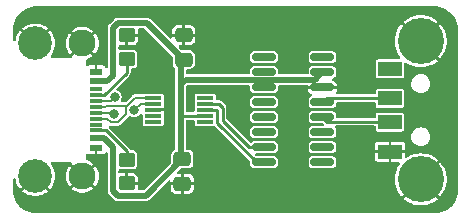
<source format=gbr>
%TF.GenerationSoftware,KiCad,Pcbnew,7.0.2*%
%TF.CreationDate,2024-06-22T12:15:53+01:00*%
%TF.ProjectId,USB HID,55534220-4849-4442-9e6b-696361645f70,rev?*%
%TF.SameCoordinates,Original*%
%TF.FileFunction,Copper,L1,Top*%
%TF.FilePolarity,Positive*%
%FSLAX46Y46*%
G04 Gerber Fmt 4.6, Leading zero omitted, Abs format (unit mm)*
G04 Created by KiCad (PCBNEW 7.0.2) date 2024-06-22 12:15:53*
%MOMM*%
%LPD*%
G01*
G04 APERTURE LIST*
G04 Aperture macros list*
%AMRoundRect*
0 Rectangle with rounded corners*
0 $1 Rounding radius*
0 $2 $3 $4 $5 $6 $7 $8 $9 X,Y pos of 4 corners*
0 Add a 4 corners polygon primitive as box body*
4,1,4,$2,$3,$4,$5,$6,$7,$8,$9,$2,$3,0*
0 Add four circle primitives for the rounded corners*
1,1,$1+$1,$2,$3*
1,1,$1+$1,$4,$5*
1,1,$1+$1,$6,$7*
1,1,$1+$1,$8,$9*
0 Add four rect primitives between the rounded corners*
20,1,$1+$1,$2,$3,$4,$5,0*
20,1,$1+$1,$4,$5,$6,$7,0*
20,1,$1+$1,$6,$7,$8,$9,0*
20,1,$1+$1,$8,$9,$2,$3,0*%
G04 Aperture macros list end*
%TA.AperFunction,SMDPad,CuDef*%
%ADD10RoundRect,0.250000X0.450000X-0.350000X0.450000X0.350000X-0.450000X0.350000X-0.450000X-0.350000X0*%
%TD*%
%TA.AperFunction,SMDPad,CuDef*%
%ADD11RoundRect,0.250000X-0.450000X0.350000X-0.450000X-0.350000X0.450000X-0.350000X0.450000X0.350000X0*%
%TD*%
%TA.AperFunction,SMDPad,CuDef*%
%ADD12RoundRect,0.250000X0.475000X-0.337500X0.475000X0.337500X-0.475000X0.337500X-0.475000X-0.337500X0*%
%TD*%
%TA.AperFunction,SMDPad,CuDef*%
%ADD13R,2.000000X1.200000*%
%TD*%
%TA.AperFunction,ComponentPad*%
%ADD14C,3.900000*%
%TD*%
%TA.AperFunction,SMDPad,CuDef*%
%ADD15RoundRect,0.250000X-0.475000X0.337500X-0.475000X-0.337500X0.475000X-0.337500X0.475000X0.337500X0*%
%TD*%
%TA.AperFunction,SMDPad,CuDef*%
%ADD16RoundRect,0.150000X-0.825000X-0.150000X0.825000X-0.150000X0.825000X0.150000X-0.825000X0.150000X0*%
%TD*%
%TA.AperFunction,SMDPad,CuDef*%
%ADD17R,1.100000X0.600000*%
%TD*%
%TA.AperFunction,SMDPad,CuDef*%
%ADD18R,1.100000X0.300000*%
%TD*%
%TA.AperFunction,ComponentPad*%
%ADD19C,2.280000*%
%TD*%
%TA.AperFunction,ComponentPad*%
%ADD20C,2.850000*%
%TD*%
%TA.AperFunction,SMDPad,CuDef*%
%ADD21R,1.400000X0.300000*%
%TD*%
%TA.AperFunction,ViaPad*%
%ADD22C,0.800000*%
%TD*%
%TA.AperFunction,Conductor*%
%ADD23C,0.500000*%
%TD*%
%TA.AperFunction,Conductor*%
%ADD24C,0.250000*%
%TD*%
%TA.AperFunction,Conductor*%
%ADD25C,0.200000*%
%TD*%
G04 APERTURE END LIST*
D10*
%TO.P,R1,1*%
%TO.N,CC1*%
X119634000Y-70469000D03*
%TO.P,R1,2*%
%TO.N,GND*%
X119634000Y-68469000D03*
%TD*%
D11*
%TO.P,R2,2*%
%TO.N,GND*%
X119634000Y-80994000D03*
%TO.P,R2,1*%
%TO.N,CC2*%
X119634000Y-78994000D03*
%TD*%
D12*
%TO.P,C1,1*%
%TO.N,USB_VIN*%
X124460000Y-70528000D03*
%TO.P,C1,2*%
%TO.N,GND*%
X124460000Y-68453000D03*
%TD*%
D13*
%TO.P,J3,1,1*%
%TO.N,unconnected-(J3-Pad1)*%
X141926000Y-71311000D03*
%TO.P,J3,2,2*%
%TO.N,Net-(U2-UD-)*%
X141926000Y-73811000D03*
%TO.P,J3,3,3*%
%TO.N,Net-(U2-UD+)*%
X141926000Y-75811000D03*
%TO.P,J3,4,4*%
%TO.N,GND*%
X141926000Y-78311000D03*
D14*
%TO.P,J3,MH1,MH1*%
X144526000Y-68961000D03*
%TO.P,J3,MH2,MH2*%
X144526000Y-80661000D03*
%TD*%
D15*
%TO.P,C2,2*%
%TO.N,GND*%
X124333000Y-81026000D03*
%TO.P,C2,1*%
%TO.N,USB_VIN*%
X124333000Y-78951000D03*
%TD*%
D16*
%TO.P,U2,1,ACT#*%
%TO.N,unconnected-(U2-ACT#-Pad1)*%
X131256000Y-70322000D03*
%TO.P,U2,2,MODE0*%
%TO.N,unconnected-(U2-MODE0-Pad2)*%
X131256000Y-71592000D03*
%TO.P,U2,3,MODE1*%
%TO.N,unconnected-(U2-MODE1-Pad3)*%
X131256000Y-72862000D03*
%TO.P,U2,4,CFG0*%
%TO.N,unconnected-(U2-CFG0-Pad4)*%
X131256000Y-74132000D03*
%TO.P,U2,5,CFG1*%
%TO.N,unconnected-(U2-CFG1-Pad5)*%
X131256000Y-75402000D03*
%TO.P,U2,6,RST*%
%TO.N,unconnected-(U2-RST-Pad6)*%
X131256000Y-76672000D03*
%TO.P,U2,7,TXD*%
%TO.N,CH340E_RX*%
X131256000Y-77942000D03*
%TO.P,U2,8,RXD*%
%TO.N,CH340E_TX*%
X131256000Y-79212000D03*
%TO.P,U2,9,UP*%
%TO.N,unconnected-(U2-UP-Pad9)*%
X136206000Y-79212000D03*
%TO.P,U2,10,DEF*%
%TO.N,unconnected-(U2-DEF-Pad10)*%
X136206000Y-77942000D03*
%TO.P,U2,11,SET*%
%TO.N,unconnected-(U2-SET-Pad11)*%
X136206000Y-76672000D03*
%TO.P,U2,12,UD+*%
%TO.N,Net-(U2-UD+)*%
X136206000Y-75402000D03*
%TO.P,U2,13,UD-*%
%TO.N,Net-(U2-UD-)*%
X136206000Y-74132000D03*
%TO.P,U2,14,GND*%
%TO.N,GND*%
X136206000Y-72862000D03*
%TO.P,U2,15,VCC*%
%TO.N,USB_VIN*%
X136206000Y-71592000D03*
%TO.P,U2,16,V33*%
%TO.N,unconnected-(U2-V33-Pad16)*%
X136206000Y-70322000D03*
%TD*%
D17*
%TO.P,J2,A1,GND_1*%
%TO.N,GND*%
X117037000Y-71567000D03*
%TO.P,J2,A4,VBUS_1*%
%TO.N,USB_VIN*%
X117037000Y-72367000D03*
D18*
%TO.P,J2,A5,CC1*%
%TO.N,CC1*%
X117037000Y-73517000D03*
%TO.P,J2,A6,DP1*%
%TO.N,DI+*%
X117037000Y-74517000D03*
%TO.P,J2,A7,DN1*%
%TO.N,DI-*%
X117037000Y-75017000D03*
%TO.P,J2,A8,SBU1*%
%TO.N,unconnected-(J2-SBU1-PadA8)*%
X117037000Y-76017000D03*
D17*
%TO.P,J2,A9,VBUS_2*%
%TO.N,USB_VIN*%
X117037000Y-77167000D03*
%TO.P,J2,A12,GND_2*%
%TO.N,GND*%
X117037000Y-77967000D03*
D18*
%TO.P,J2,B5,CC2*%
%TO.N,CC2*%
X117037000Y-76517000D03*
%TO.P,J2,B6,DP2*%
%TO.N,DI+*%
X117037000Y-75517000D03*
%TO.P,J2,B7,DN2*%
%TO.N,DI-*%
X117037000Y-74017000D03*
%TO.P,J2,B8,SBU2*%
%TO.N,unconnected-(J2-SBU2-PadB8)*%
X117037000Y-73017000D03*
D19*
%TO.P,J2,MH1,MH1*%
%TO.N,GND*%
X115887000Y-69147000D03*
%TO.P,J2,MH2,MH2*%
X115887000Y-80387000D03*
D20*
%TO.P,J2,MH3,MH3*%
X111887000Y-69147000D03*
%TO.P,J2,MH4,MH4*%
X111887000Y-80387000D03*
%TD*%
D21*
%TO.P,U1,1,UD+*%
%TO.N,DI+*%
X121879000Y-73767000D03*
%TO.P,U1,2,UD-*%
%TO.N,DI-*%
X121879000Y-74267000D03*
%TO.P,U1,3,GND*%
%TO.N,GND*%
X121879000Y-74767000D03*
%TO.P,U1,4,~{RTS}*%
%TO.N,unconnected-(U1-~{RTS}-Pad4)*%
X121879000Y-75267000D03*
%TO.P,U1,5,~{CTS}*%
%TO.N,unconnected-(U1-~{CTS}-Pad5)*%
X121879000Y-75767000D03*
%TO.P,U1,6,TNOW*%
%TO.N,unconnected-(U1-TNOW-Pad6)*%
X126279000Y-75767000D03*
%TO.P,U1,7,VCC*%
%TO.N,USB_VIN*%
X126279000Y-75267000D03*
%TO.P,U1,8,TXD*%
%TO.N,CH340E_TX*%
X126279000Y-74767000D03*
%TO.P,U1,9,RXD*%
%TO.N,CH340E_RX*%
X126279000Y-74267000D03*
%TO.P,U1,10,V3*%
%TO.N,unconnected-(U1-V3-Pad10)*%
X126279000Y-73767000D03*
%TD*%
D22*
%TO.N,GND*%
X121031000Y-68453000D03*
X121031000Y-81026000D03*
%TO.N,DI-*%
X118591707Y-75116500D03*
X118607583Y-73679015D03*
X120269000Y-74803000D03*
%TD*%
D23*
%TO.N,USB_VIN*%
X118484000Y-71870000D02*
X117987000Y-72367000D01*
X118894051Y-67419000D02*
X118484000Y-67829051D01*
X118484000Y-67829051D02*
X118484000Y-71870000D01*
X117987000Y-72367000D02*
X117037000Y-72367000D01*
X121351000Y-67419000D02*
X118894051Y-67419000D01*
X124460000Y-70528000D02*
X121351000Y-67419000D01*
X124206000Y-70782000D02*
X124460000Y-70528000D01*
X124206000Y-72644000D02*
X124206000Y-70782000D01*
X118484000Y-77927172D02*
X117723828Y-77167000D01*
X118484000Y-81633949D02*
X118484000Y-77927172D01*
X117723828Y-77167000D02*
X117037000Y-77167000D01*
X118894051Y-82044000D02*
X118484000Y-81633949D01*
X121240000Y-82044000D02*
X118894051Y-82044000D01*
X124333000Y-78951000D02*
X121240000Y-82044000D01*
X124206000Y-78824000D02*
X124333000Y-78951000D01*
X124206000Y-75057000D02*
X124206000Y-78824000D01*
X124206000Y-75057000D02*
X124206000Y-72644000D01*
X124206000Y-75311000D02*
X124206000Y-75057000D01*
X124523500Y-72326500D02*
X124206000Y-72644000D01*
D24*
X124633000Y-72217000D02*
X124523500Y-72326500D01*
D25*
%TO.N,DI-*%
X118492207Y-75017000D02*
X117037000Y-75017000D01*
X118591707Y-75116500D02*
X118492207Y-75017000D01*
%TO.N,DI+*%
X119565050Y-75133107D02*
X119565050Y-74517000D01*
X118881657Y-75816500D02*
X119565050Y-75133107D01*
X118301757Y-75816500D02*
X118881657Y-75816500D01*
X118002257Y-75517000D02*
X118301757Y-75816500D01*
X117037000Y-75517000D02*
X118002257Y-75517000D01*
X119465050Y-74417000D02*
X119565050Y-74517000D01*
X117887000Y-74417000D02*
X119465050Y-74417000D01*
X117787000Y-74517000D02*
X117887000Y-74417000D01*
X117037000Y-74517000D02*
X117787000Y-74517000D01*
X120315050Y-73767000D02*
X121879000Y-73767000D01*
X119565050Y-74517000D02*
X120315050Y-73767000D01*
%TO.N,DI-*%
X120805000Y-74267000D02*
X121879000Y-74267000D01*
X120269000Y-74803000D02*
X120805000Y-74267000D01*
X118269598Y-74017000D02*
X118607583Y-73679015D01*
X117037000Y-74017000D02*
X118269598Y-74017000D01*
D23*
%TO.N,USB_VIN*%
X135581000Y-72217000D02*
X124633000Y-72217000D01*
X136206000Y-71592000D02*
X135581000Y-72217000D01*
D24*
X126279000Y-75267000D02*
X124250000Y-75267000D01*
X124250000Y-75267000D02*
X124206000Y-75311000D01*
%TO.N,CC2*%
X117887000Y-76517000D02*
X119634000Y-78264000D01*
X117037000Y-76517000D02*
X117887000Y-76517000D01*
X119634000Y-78264000D02*
X119634000Y-78994000D01*
%TO.N,CC1*%
X117745000Y-73517000D02*
X119634000Y-71628000D01*
X117037000Y-73517000D02*
X117745000Y-73517000D01*
X119634000Y-71628000D02*
X119634000Y-70469000D01*
%TO.N,Net-(U2-UD-)*%
X136571000Y-73767000D02*
X142426000Y-73767000D01*
X136206000Y-74132000D02*
X136571000Y-73767000D01*
%TO.N,Net-(U2-UD+)*%
X136206000Y-75402000D02*
X136571000Y-75767000D01*
X136571000Y-75767000D02*
X142426000Y-75767000D01*
%TO.N,CH340E_TX*%
X127304000Y-75869000D02*
X130647000Y-79212000D01*
X127279000Y-74767000D02*
X127304000Y-74792000D01*
X130647000Y-79212000D02*
X131256000Y-79212000D01*
X126279000Y-74767000D02*
X127279000Y-74767000D01*
X127304000Y-74792000D02*
X127304000Y-75869000D01*
%TO.N,CH340E_RX*%
X130013396Y-77942000D02*
X131256000Y-77942000D01*
X127754000Y-75682604D02*
X130013396Y-77942000D01*
X127754000Y-74605604D02*
X127754000Y-75682604D01*
X126279000Y-74267000D02*
X127415396Y-74267000D01*
X127415396Y-74267000D02*
X127754000Y-74605604D01*
%TD*%
%TA.AperFunction,Conductor*%
%TO.N,GND*%
G36*
X145705042Y-66004764D02*
G01*
X145784743Y-66009988D01*
X145962590Y-66022709D01*
X145977904Y-66024772D01*
X146090441Y-66047157D01*
X146231277Y-66077794D01*
X146244690Y-66081518D01*
X146358725Y-66120228D01*
X146362074Y-66121420D01*
X146489808Y-66169062D01*
X146501300Y-66174024D01*
X146611687Y-66228461D01*
X146616187Y-66230798D01*
X146733478Y-66294844D01*
X146742942Y-66300574D01*
X146846269Y-66369615D01*
X146851688Y-66373450D01*
X146957727Y-66452830D01*
X146965145Y-66458844D01*
X147058976Y-66541131D01*
X147064898Y-66546678D01*
X147158320Y-66640100D01*
X147163867Y-66646022D01*
X147246150Y-66739848D01*
X147252173Y-66747278D01*
X147289691Y-66797396D01*
X147331548Y-66853310D01*
X147335383Y-66858729D01*
X147404424Y-66962056D01*
X147410154Y-66971520D01*
X147474183Y-67088779D01*
X147476556Y-67093348D01*
X147491310Y-67123265D01*
X147530969Y-67203687D01*
X147535938Y-67215196D01*
X147583556Y-67342863D01*
X147584793Y-67346338D01*
X147623470Y-67460276D01*
X147627217Y-67473777D01*
X147657847Y-67614580D01*
X147659776Y-67624275D01*
X147680230Y-67727107D01*
X147682290Y-67742414D01*
X147695017Y-67920350D01*
X147700235Y-67999956D01*
X147700500Y-68008051D01*
X147700500Y-81525947D01*
X147700234Y-81534058D01*
X147695017Y-81613648D01*
X147682291Y-81791574D01*
X147680225Y-81806916D01*
X147657851Y-81919402D01*
X147627212Y-82060244D01*
X147623473Y-82073714D01*
X147584793Y-82187660D01*
X147583556Y-82191135D01*
X147535938Y-82318802D01*
X147530969Y-82330311D01*
X147476564Y-82440635D01*
X147474183Y-82445219D01*
X147410154Y-82562478D01*
X147404424Y-82571942D01*
X147335383Y-82675269D01*
X147331548Y-82680688D01*
X147252181Y-82786711D01*
X147246142Y-82794160D01*
X147163867Y-82887976D01*
X147158320Y-82893898D01*
X147064898Y-82987320D01*
X147058976Y-82992867D01*
X146965160Y-83075142D01*
X146957711Y-83081181D01*
X146851688Y-83160548D01*
X146846269Y-83164383D01*
X146742942Y-83233424D01*
X146733478Y-83239154D01*
X146616219Y-83303183D01*
X146611635Y-83305564D01*
X146501311Y-83359969D01*
X146489802Y-83364938D01*
X146362135Y-83412556D01*
X146358660Y-83413793D01*
X146244722Y-83452470D01*
X146231221Y-83456217D01*
X146090419Y-83486847D01*
X146043048Y-83496270D01*
X145977896Y-83509229D01*
X145962584Y-83511290D01*
X145784649Y-83524017D01*
X145761221Y-83525552D01*
X145705030Y-83529235D01*
X145696948Y-83529500D01*
X111986053Y-83529500D01*
X111977943Y-83529234D01*
X111898352Y-83524017D01*
X111720424Y-83511291D01*
X111705082Y-83509225D01*
X111647195Y-83497710D01*
X111592600Y-83486851D01*
X111451746Y-83456210D01*
X111438284Y-83452473D01*
X111438275Y-83452470D01*
X111367362Y-83428398D01*
X111324338Y-83413793D01*
X111320863Y-83412556D01*
X111193196Y-83364938D01*
X111181687Y-83359969D01*
X111116947Y-83328043D01*
X111071348Y-83305556D01*
X111066779Y-83303183D01*
X110949520Y-83239154D01*
X110940056Y-83233424D01*
X110836726Y-83164381D01*
X110831307Y-83160546D01*
X110725292Y-83081185D01*
X110717843Y-83075146D01*
X110717838Y-83075142D01*
X110624014Y-82992860D01*
X110618092Y-82987313D01*
X110524685Y-82893906D01*
X110519138Y-82887984D01*
X110482376Y-82846065D01*
X110436845Y-82794146D01*
X110430817Y-82786711D01*
X110351450Y-82680688D01*
X110347617Y-82675272D01*
X110278574Y-82571942D01*
X110272844Y-82562478D01*
X110208798Y-82445187D01*
X110206461Y-82440687D01*
X110152024Y-82330300D01*
X110147060Y-82318802D01*
X110099420Y-82191074D01*
X110098228Y-82187725D01*
X110059522Y-82073703D01*
X110055786Y-82060240D01*
X110025157Y-81919441D01*
X110002767Y-81806879D01*
X110000709Y-81791593D01*
X109987988Y-81613743D01*
X109982763Y-81534012D01*
X109982500Y-81525966D01*
X109982500Y-80670753D01*
X110002185Y-80603713D01*
X110054989Y-80557959D01*
X110124147Y-80548015D01*
X110187703Y-80577040D01*
X110225477Y-80635818D01*
X110227391Y-80643160D01*
X110281927Y-80882101D01*
X110373644Y-81115791D01*
X110499168Y-81333206D01*
X110616671Y-81480551D01*
X111129521Y-80967700D01*
X111131889Y-80971499D01*
X111265005Y-81111537D01*
X111308773Y-81142001D01*
X110793461Y-81657313D01*
X110839726Y-81700240D01*
X111047151Y-81841659D01*
X111273340Y-81950586D01*
X111513230Y-82024582D01*
X111761475Y-82062000D01*
X112012525Y-82062000D01*
X112260769Y-82024582D01*
X112500660Y-81950586D01*
X112726846Y-81841661D01*
X112934275Y-81700237D01*
X112980537Y-81657312D01*
X112465577Y-81142352D01*
X112579104Y-81044894D01*
X112641308Y-80964532D01*
X113157326Y-81480551D01*
X113274832Y-81333206D01*
X113400355Y-81115791D01*
X113492072Y-80882101D01*
X113547936Y-80637344D01*
X113566697Y-80386999D01*
X113547936Y-80136655D01*
X113492072Y-79891898D01*
X113400355Y-79658208D01*
X113274831Y-79440793D01*
X113224486Y-79377663D01*
X113198077Y-79312976D01*
X113210832Y-79244281D01*
X113258702Y-79193387D01*
X113321385Y-79176349D01*
X114872841Y-79175795D01*
X114939885Y-79195456D01*
X114985659Y-79248243D01*
X114996645Y-79307477D01*
X114995920Y-79319143D01*
X115444901Y-79768124D01*
X115395156Y-79800843D01*
X115273236Y-79930070D01*
X115265936Y-79942713D01*
X114818548Y-79495325D01*
X114818546Y-79495325D01*
X114786338Y-79530313D01*
X114660340Y-79723168D01*
X114567809Y-79934119D01*
X114511258Y-80157433D01*
X114492235Y-80387000D01*
X114511258Y-80616566D01*
X114567809Y-80839880D01*
X114660341Y-81050834D01*
X114786333Y-81243681D01*
X114818547Y-81278673D01*
X114818548Y-81278673D01*
X115268422Y-80828799D01*
X115330433Y-80912094D01*
X115443666Y-81007109D01*
X114995921Y-81454854D01*
X115124136Y-81554649D01*
X115326731Y-81664288D01*
X115544604Y-81739084D01*
X115771821Y-81777000D01*
X116002179Y-81777000D01*
X116229395Y-81739084D01*
X116447268Y-81664288D01*
X116649863Y-81554649D01*
X116778077Y-81454855D01*
X116778078Y-81454854D01*
X116329098Y-81005875D01*
X116378844Y-80973157D01*
X116500764Y-80843930D01*
X116508063Y-80831286D01*
X116955450Y-81278674D01*
X116955451Y-81278673D01*
X116987665Y-81243681D01*
X117113658Y-81050834D01*
X117206190Y-80839880D01*
X117262741Y-80616566D01*
X117281764Y-80387000D01*
X117262741Y-80157433D01*
X117206190Y-79934119D01*
X117113658Y-79723165D01*
X116987666Y-79530318D01*
X116955451Y-79495325D01*
X116955449Y-79495325D01*
X116505576Y-79945198D01*
X116443567Y-79861906D01*
X116330332Y-79766890D01*
X116778077Y-79319144D01*
X116649863Y-79219350D01*
X116447268Y-79109711D01*
X116289237Y-79055458D01*
X116232221Y-79015072D01*
X116206091Y-78950272D01*
X116205500Y-78938177D01*
X116205500Y-78611567D01*
X116225185Y-78544528D01*
X116277989Y-78498773D01*
X116347147Y-78488829D01*
X116375639Y-78499746D01*
X116462375Y-78517000D01*
X116911999Y-78517000D01*
X116912000Y-77966000D01*
X116931685Y-77898961D01*
X116984489Y-77853206D01*
X117036000Y-77842000D01*
X117038000Y-77842000D01*
X117105039Y-77861685D01*
X117150794Y-77914489D01*
X117162000Y-77966000D01*
X117162000Y-78517000D01*
X117611625Y-78517000D01*
X117684543Y-78502495D01*
X117767239Y-78447239D01*
X117806397Y-78388636D01*
X117860009Y-78343830D01*
X117929334Y-78335123D01*
X117992362Y-78365277D01*
X118029082Y-78424720D01*
X118033500Y-78457526D01*
X118033500Y-81601687D01*
X118032720Y-81615571D01*
X118028729Y-81650983D01*
X118039356Y-81707143D01*
X118040133Y-81711715D01*
X118049550Y-81774197D01*
X118051163Y-81779097D01*
X118080687Y-81834959D01*
X118082777Y-81839099D01*
X118110184Y-81896011D01*
X118113180Y-81900232D01*
X118117432Y-81904484D01*
X118117434Y-81904487D01*
X118157871Y-81944923D01*
X118161064Y-81948238D01*
X118204043Y-81994560D01*
X118218931Y-82005984D01*
X118552681Y-82339733D01*
X118561947Y-82350101D01*
X118584171Y-82377969D01*
X118631415Y-82410180D01*
X118635192Y-82412860D01*
X118680395Y-82446222D01*
X118686024Y-82450376D01*
X118690619Y-82452695D01*
X118696376Y-82454470D01*
X118696378Y-82454472D01*
X118721402Y-82462190D01*
X118751031Y-82471330D01*
X118755422Y-82472774D01*
X118809352Y-82491646D01*
X118809354Y-82491646D01*
X118815041Y-82493636D01*
X118820122Y-82494500D01*
X118826149Y-82494500D01*
X118883297Y-82494500D01*
X118887934Y-82494586D01*
X118945061Y-82496725D01*
X118945061Y-82496724D01*
X118951077Y-82496950D01*
X118969689Y-82494500D01*
X121207738Y-82494500D01*
X121221622Y-82495280D01*
X121257033Y-82499270D01*
X121257033Y-82499269D01*
X121257035Y-82499270D01*
X121313228Y-82488636D01*
X121317726Y-82487872D01*
X121374287Y-82479348D01*
X121374288Y-82479347D01*
X121380268Y-82478446D01*
X121385128Y-82476846D01*
X121390467Y-82474023D01*
X121390472Y-82474023D01*
X121441045Y-82447292D01*
X121445136Y-82445227D01*
X121496642Y-82420425D01*
X121496644Y-82420422D01*
X121502078Y-82417806D01*
X121506271Y-82414831D01*
X121510533Y-82410568D01*
X121510538Y-82410566D01*
X121551001Y-82370101D01*
X121554259Y-82366962D01*
X121596194Y-82328055D01*
X121596195Y-82328053D01*
X121600613Y-82323954D01*
X121612033Y-82309069D01*
X122770102Y-81151000D01*
X123358000Y-81151000D01*
X123358000Y-81408018D01*
X123358354Y-81414632D01*
X123364400Y-81470871D01*
X123414647Y-81605589D01*
X123500811Y-81720688D01*
X123615910Y-81806852D01*
X123750628Y-81857099D01*
X123806867Y-81863145D01*
X123813482Y-81863500D01*
X124208000Y-81863500D01*
X124208000Y-81151000D01*
X124458000Y-81151000D01*
X124458000Y-81863500D01*
X124852518Y-81863500D01*
X124859132Y-81863145D01*
X124915371Y-81857099D01*
X125050089Y-81806852D01*
X125165188Y-81720688D01*
X125251352Y-81605589D01*
X125301599Y-81470871D01*
X125307645Y-81414632D01*
X125308000Y-81408018D01*
X125308000Y-81151000D01*
X124458000Y-81151000D01*
X124208000Y-81151000D01*
X123358000Y-81151000D01*
X122770102Y-81151000D01*
X123146321Y-80774781D01*
X123207642Y-80741298D01*
X123277334Y-80746282D01*
X123333267Y-80788154D01*
X123357684Y-80853618D01*
X123358000Y-80862464D01*
X123357999Y-80900999D01*
X123358000Y-80901000D01*
X124208000Y-80901000D01*
X124208000Y-80188500D01*
X124458000Y-80188500D01*
X124458000Y-80901000D01*
X125308000Y-80901000D01*
X125308000Y-80643981D01*
X125307645Y-80637367D01*
X125301599Y-80581128D01*
X125251352Y-80446410D01*
X125165188Y-80331311D01*
X125050089Y-80245147D01*
X124915371Y-80194900D01*
X124859132Y-80188854D01*
X124852518Y-80188500D01*
X124458000Y-80188500D01*
X124208000Y-80188500D01*
X124031964Y-80188500D01*
X123964925Y-80168815D01*
X123919170Y-80116011D01*
X123909226Y-80046853D01*
X123938251Y-79983297D01*
X123944269Y-79976833D01*
X124145783Y-79775319D01*
X124207107Y-79741834D01*
X124233465Y-79739000D01*
X124859373Y-79739000D01*
X124862266Y-79739000D01*
X124892699Y-79736146D01*
X125020882Y-79691293D01*
X125020882Y-79691292D01*
X125020884Y-79691292D01*
X125130150Y-79610650D01*
X125210792Y-79501384D01*
X125219712Y-79475893D01*
X125255646Y-79373199D01*
X125258500Y-79342766D01*
X125258500Y-78559234D01*
X125255646Y-78528801D01*
X125210793Y-78400618D01*
X125210792Y-78400615D01*
X125130150Y-78291349D01*
X125020884Y-78210707D01*
X124892696Y-78165853D01*
X124865151Y-78163270D01*
X124865139Y-78163269D01*
X124862266Y-78163000D01*
X124859373Y-78163000D01*
X124780500Y-78163000D01*
X124713461Y-78143315D01*
X124667706Y-78090511D01*
X124656500Y-78039000D01*
X124656500Y-75716500D01*
X124676185Y-75649461D01*
X124728989Y-75603706D01*
X124780500Y-75592500D01*
X125254500Y-75592500D01*
X125321539Y-75612185D01*
X125367294Y-75664989D01*
X125378500Y-75716500D01*
X125378500Y-75936748D01*
X125390132Y-75995230D01*
X125434447Y-76061552D01*
X125500769Y-76105867D01*
X125559251Y-76117500D01*
X125559252Y-76117500D01*
X126998747Y-76117500D01*
X126998748Y-76117500D01*
X127011667Y-76114930D01*
X127081257Y-76121156D01*
X127123540Y-76148866D01*
X130044181Y-79069507D01*
X130077666Y-79130830D01*
X130080500Y-79157188D01*
X130080500Y-79395263D01*
X130090426Y-79463390D01*
X130090426Y-79463391D01*
X130090427Y-79463393D01*
X130108999Y-79501382D01*
X130141802Y-79568484D01*
X130224515Y-79651197D01*
X130224516Y-79651197D01*
X130224517Y-79651198D01*
X130329607Y-79702573D01*
X130356860Y-79706543D01*
X130397737Y-79712500D01*
X130397740Y-79712500D01*
X132114263Y-79712500D01*
X132148326Y-79707536D01*
X132182393Y-79702573D01*
X132287483Y-79651198D01*
X132370198Y-79568483D01*
X132421573Y-79463393D01*
X132431500Y-79395263D01*
X135030500Y-79395263D01*
X135040426Y-79463390D01*
X135040426Y-79463391D01*
X135040427Y-79463393D01*
X135058999Y-79501382D01*
X135091802Y-79568484D01*
X135174515Y-79651197D01*
X135174516Y-79651197D01*
X135174517Y-79651198D01*
X135279607Y-79702573D01*
X135306860Y-79706543D01*
X135347737Y-79712500D01*
X135347740Y-79712500D01*
X137064263Y-79712500D01*
X137098326Y-79707536D01*
X137132393Y-79702573D01*
X137237483Y-79651198D01*
X137320198Y-79568483D01*
X137371573Y-79463393D01*
X137381500Y-79395260D01*
X137381500Y-79028740D01*
X137381500Y-79028736D01*
X137371573Y-78960609D01*
X137371573Y-78960607D01*
X137320198Y-78855517D01*
X137320197Y-78855516D01*
X137320197Y-78855515D01*
X137237484Y-78772802D01*
X137183712Y-78746515D01*
X137132393Y-78721427D01*
X137132391Y-78721426D01*
X137132390Y-78721426D01*
X137064263Y-78711500D01*
X137064260Y-78711500D01*
X135347740Y-78711500D01*
X135347737Y-78711500D01*
X135279609Y-78721426D01*
X135174515Y-78772802D01*
X135091802Y-78855515D01*
X135040426Y-78960609D01*
X135030500Y-79028736D01*
X135030500Y-79395263D01*
X132431500Y-79395263D01*
X132431500Y-79395260D01*
X132431500Y-79028740D01*
X132431500Y-79028736D01*
X132421573Y-78960609D01*
X132421573Y-78960607D01*
X132370198Y-78855517D01*
X132370197Y-78855516D01*
X132370197Y-78855515D01*
X132287484Y-78772802D01*
X132233712Y-78746515D01*
X132182393Y-78721427D01*
X132182391Y-78721426D01*
X132182390Y-78721426D01*
X132114263Y-78711500D01*
X132114260Y-78711500D01*
X130658188Y-78711500D01*
X130591149Y-78691815D01*
X130570507Y-78675181D01*
X130549507Y-78654181D01*
X130516022Y-78592858D01*
X130521006Y-78523166D01*
X130562878Y-78467233D01*
X130628342Y-78442816D01*
X130637188Y-78442500D01*
X132114263Y-78442500D01*
X132148326Y-78437536D01*
X132182393Y-78432573D01*
X132287483Y-78381198D01*
X132370198Y-78298483D01*
X132421573Y-78193393D01*
X132426536Y-78159326D01*
X132431500Y-78125263D01*
X135030500Y-78125263D01*
X135040426Y-78193390D01*
X135040426Y-78193391D01*
X135040427Y-78193393D01*
X135063802Y-78241207D01*
X135091802Y-78298484D01*
X135174515Y-78381197D01*
X135174516Y-78381197D01*
X135174517Y-78381198D01*
X135279607Y-78432573D01*
X135303128Y-78436000D01*
X135347737Y-78442500D01*
X135347740Y-78442500D01*
X137064263Y-78442500D01*
X137098326Y-78437536D01*
X137108869Y-78436000D01*
X140676000Y-78436000D01*
X140676000Y-78935624D01*
X140690504Y-79008543D01*
X140745760Y-79091239D01*
X140828456Y-79146495D01*
X140901375Y-79161000D01*
X141801000Y-79161000D01*
X141801000Y-78436000D01*
X142051000Y-78436000D01*
X142051000Y-79161000D01*
X142650364Y-79161000D01*
X142717403Y-79180685D01*
X142763158Y-79233489D01*
X142773102Y-79302647D01*
X142753466Y-79353891D01*
X142618910Y-79555265D01*
X142614860Y-79562280D01*
X142490899Y-79813648D01*
X142487798Y-79821137D01*
X142397712Y-80086521D01*
X142395609Y-80094368D01*
X142340934Y-80369243D01*
X142339876Y-80377279D01*
X142321546Y-80656941D01*
X142321546Y-80665058D01*
X142339876Y-80944720D01*
X142340934Y-80952756D01*
X142395609Y-81227631D01*
X142397712Y-81235478D01*
X142487798Y-81500862D01*
X142490899Y-81508351D01*
X142614860Y-81759719D01*
X142618910Y-81766734D01*
X142774618Y-81999766D01*
X142779559Y-82006206D01*
X142884432Y-82125789D01*
X143519776Y-81490445D01*
X143526338Y-81499816D01*
X143687184Y-81660662D01*
X143696553Y-81667222D01*
X143061209Y-82302566D01*
X143061209Y-82302567D01*
X143180793Y-82407440D01*
X143187233Y-82412381D01*
X143420265Y-82568089D01*
X143427280Y-82572139D01*
X143678648Y-82696100D01*
X143686137Y-82699201D01*
X143951521Y-82789287D01*
X143959368Y-82791390D01*
X144234243Y-82846065D01*
X144242279Y-82847123D01*
X144521942Y-82865454D01*
X144530058Y-82865454D01*
X144809720Y-82847123D01*
X144817756Y-82846065D01*
X145092631Y-82791390D01*
X145100478Y-82789287D01*
X145365862Y-82699201D01*
X145373351Y-82696100D01*
X145624719Y-82572139D01*
X145631734Y-82568089D01*
X145864766Y-82412381D01*
X145871205Y-82407440D01*
X145990789Y-82302567D01*
X145990789Y-82302566D01*
X145355445Y-81667222D01*
X145364816Y-81660662D01*
X145525662Y-81499816D01*
X145532222Y-81490446D01*
X146167566Y-82125789D01*
X146167567Y-82125789D01*
X146272440Y-82006205D01*
X146277381Y-81999766D01*
X146433089Y-81766734D01*
X146437139Y-81759719D01*
X146561100Y-81508351D01*
X146564201Y-81500862D01*
X146654287Y-81235478D01*
X146656390Y-81227631D01*
X146711065Y-80952756D01*
X146712123Y-80944720D01*
X146730454Y-80665058D01*
X146730454Y-80656941D01*
X146712123Y-80377279D01*
X146711065Y-80369243D01*
X146656390Y-80094368D01*
X146654287Y-80086521D01*
X146564201Y-79821137D01*
X146561100Y-79813648D01*
X146437139Y-79562280D01*
X146433089Y-79555265D01*
X146277381Y-79322233D01*
X146272440Y-79315793D01*
X146167566Y-79196209D01*
X145532222Y-79831553D01*
X145525662Y-79822184D01*
X145364816Y-79661338D01*
X145355445Y-79654776D01*
X145990789Y-79019432D01*
X145990789Y-79019431D01*
X145871206Y-78914559D01*
X145864766Y-78909618D01*
X145631734Y-78753910D01*
X145624719Y-78749860D01*
X145373351Y-78625899D01*
X145365862Y-78622798D01*
X145100478Y-78532712D01*
X145092631Y-78530609D01*
X144817756Y-78475934D01*
X144809720Y-78474876D01*
X144530058Y-78456546D01*
X144521942Y-78456546D01*
X144242279Y-78474876D01*
X144234243Y-78475934D01*
X143959368Y-78530609D01*
X143951521Y-78532712D01*
X143686137Y-78622798D01*
X143678648Y-78625899D01*
X143427280Y-78749860D01*
X143420265Y-78753910D01*
X143368891Y-78788238D01*
X143302213Y-78809116D01*
X143234833Y-78790631D01*
X143188143Y-78738652D01*
X143176000Y-78685136D01*
X143176000Y-78436000D01*
X142051000Y-78436000D01*
X141801000Y-78436000D01*
X140676000Y-78436000D01*
X137108869Y-78436000D01*
X137132393Y-78432573D01*
X137237483Y-78381198D01*
X137320198Y-78298483D01*
X137371573Y-78193393D01*
X137372650Y-78186000D01*
X140676000Y-78186000D01*
X141801000Y-78186000D01*
X141801000Y-77461000D01*
X142051000Y-77461000D01*
X142051000Y-78186000D01*
X143176000Y-78186000D01*
X143176000Y-77686375D01*
X143161495Y-77613456D01*
X143106239Y-77530760D01*
X143023543Y-77475504D01*
X142950625Y-77461000D01*
X142051000Y-77461000D01*
X141801000Y-77461000D01*
X140901375Y-77461000D01*
X140828456Y-77475504D01*
X140745760Y-77530760D01*
X140690504Y-77613456D01*
X140676000Y-77686375D01*
X140676000Y-78186000D01*
X137372650Y-78186000D01*
X137376536Y-78159326D01*
X137381500Y-78125263D01*
X137381500Y-77758736D01*
X137371573Y-77690609D01*
X137371573Y-77690607D01*
X137320198Y-77585517D01*
X137320197Y-77585516D01*
X137320197Y-77585515D01*
X137237484Y-77502802D01*
X137181644Y-77475504D01*
X137132393Y-77451427D01*
X137132391Y-77451426D01*
X137132390Y-77451426D01*
X137064263Y-77441500D01*
X137064260Y-77441500D01*
X135347740Y-77441500D01*
X135347737Y-77441500D01*
X135279609Y-77451426D01*
X135174515Y-77502802D01*
X135091802Y-77585515D01*
X135040426Y-77690609D01*
X135030500Y-77758736D01*
X135030500Y-78125263D01*
X132431500Y-78125263D01*
X132431500Y-77758736D01*
X132421573Y-77690609D01*
X132421573Y-77690607D01*
X132370198Y-77585517D01*
X132370197Y-77585516D01*
X132370197Y-77585515D01*
X132287484Y-77502802D01*
X132231644Y-77475504D01*
X132182393Y-77451427D01*
X132182391Y-77451426D01*
X132182390Y-77451426D01*
X132114263Y-77441500D01*
X132114260Y-77441500D01*
X130397740Y-77441500D01*
X130397737Y-77441500D01*
X130329609Y-77451426D01*
X130224513Y-77502803D01*
X130217199Y-77510118D01*
X130155875Y-77543602D01*
X130086184Y-77538616D01*
X130041839Y-77510116D01*
X129386986Y-76855263D01*
X130080500Y-76855263D01*
X130090426Y-76923390D01*
X130141802Y-77028484D01*
X130224515Y-77111197D01*
X130224516Y-77111197D01*
X130224517Y-77111198D01*
X130329607Y-77162573D01*
X130356860Y-77166543D01*
X130397737Y-77172500D01*
X130397740Y-77172500D01*
X132114263Y-77172500D01*
X132148326Y-77167536D01*
X132182393Y-77162573D01*
X132287483Y-77111198D01*
X132370198Y-77028483D01*
X132421573Y-76923393D01*
X132431500Y-76855263D01*
X135030500Y-76855263D01*
X135040426Y-76923390D01*
X135091802Y-77028484D01*
X135174515Y-77111197D01*
X135174516Y-77111197D01*
X135174517Y-77111198D01*
X135279607Y-77162573D01*
X135306860Y-77166543D01*
X135347737Y-77172500D01*
X135347740Y-77172500D01*
X137064263Y-77172500D01*
X137098326Y-77167536D01*
X137132393Y-77162573D01*
X137237483Y-77111198D01*
X137287682Y-77060999D01*
X143720434Y-77060999D01*
X143740631Y-77240251D01*
X143740631Y-77240253D01*
X143740632Y-77240255D01*
X143800211Y-77410522D01*
X143841042Y-77475504D01*
X143896185Y-77563264D01*
X144023735Y-77690814D01*
X144023737Y-77690815D01*
X144023738Y-77690816D01*
X144176478Y-77786789D01*
X144346745Y-77846368D01*
X144481046Y-77861500D01*
X144484530Y-77861500D01*
X144567470Y-77861500D01*
X144570954Y-77861500D01*
X144705255Y-77846368D01*
X144875522Y-77786789D01*
X145028262Y-77690816D01*
X145155816Y-77563262D01*
X145251789Y-77410522D01*
X145311368Y-77240255D01*
X145331565Y-77061000D01*
X145311368Y-76881745D01*
X145251789Y-76711478D01*
X145155816Y-76558738D01*
X145155815Y-76558737D01*
X145155814Y-76558735D01*
X145028264Y-76431185D01*
X144894685Y-76347252D01*
X144875522Y-76335211D01*
X144705255Y-76275632D01*
X144705251Y-76275631D01*
X144705250Y-76275631D01*
X144574420Y-76260890D01*
X144574410Y-76260889D01*
X144570954Y-76260500D01*
X144481046Y-76260500D01*
X144477590Y-76260889D01*
X144477579Y-76260890D01*
X144346749Y-76275631D01*
X144346746Y-76275631D01*
X144346745Y-76275632D01*
X144176478Y-76335211D01*
X144176476Y-76335211D01*
X144176476Y-76335212D01*
X144023735Y-76431185D01*
X143896185Y-76558735D01*
X143863031Y-76611500D01*
X143800211Y-76711478D01*
X143740632Y-76881745D01*
X143740631Y-76881748D01*
X143720434Y-77060999D01*
X137287682Y-77060999D01*
X137320198Y-77028483D01*
X137371573Y-76923393D01*
X137381500Y-76855260D01*
X137381500Y-76488740D01*
X137381500Y-76488736D01*
X137373114Y-76431184D01*
X137371573Y-76420607D01*
X137320198Y-76315517D01*
X137320197Y-76315516D01*
X137320197Y-76315515D01*
X137308863Y-76304181D01*
X137275378Y-76242858D01*
X137280362Y-76173166D01*
X137322234Y-76117233D01*
X137387698Y-76092816D01*
X137396544Y-76092500D01*
X140601500Y-76092500D01*
X140668539Y-76112185D01*
X140714294Y-76164989D01*
X140725500Y-76216500D01*
X140725500Y-76430748D01*
X140737132Y-76489230D01*
X140781447Y-76555552D01*
X140847769Y-76599867D01*
X140906251Y-76611500D01*
X140906252Y-76611500D01*
X142945749Y-76611500D01*
X142974989Y-76605683D01*
X143004231Y-76599867D01*
X143070552Y-76555552D01*
X143114867Y-76489231D01*
X143126500Y-76430748D01*
X143126500Y-75191252D01*
X143114867Y-75132769D01*
X143101921Y-75113394D01*
X143070552Y-75066447D01*
X143004230Y-75022132D01*
X142945749Y-75010500D01*
X142945748Y-75010500D01*
X140906252Y-75010500D01*
X140906251Y-75010500D01*
X140847769Y-75022132D01*
X140781447Y-75066447D01*
X140737132Y-75132769D01*
X140725500Y-75191251D01*
X140725500Y-75317500D01*
X140705815Y-75384539D01*
X140653011Y-75430294D01*
X140601500Y-75441500D01*
X137505500Y-75441500D01*
X137438461Y-75421815D01*
X137392706Y-75369011D01*
X137381500Y-75317500D01*
X137381500Y-75218736D01*
X137371573Y-75150609D01*
X137371573Y-75150607D01*
X137320198Y-75045517D01*
X137320197Y-75045516D01*
X137320197Y-75045515D01*
X137237484Y-74962802D01*
X137153642Y-74921815D01*
X137132393Y-74911427D01*
X137132391Y-74911426D01*
X137132390Y-74911426D01*
X137064263Y-74901500D01*
X137064260Y-74901500D01*
X135347740Y-74901500D01*
X135347737Y-74901500D01*
X135279609Y-74911426D01*
X135174515Y-74962802D01*
X135091802Y-75045515D01*
X135040426Y-75150609D01*
X135030500Y-75218736D01*
X135030500Y-75585263D01*
X135040426Y-75653390D01*
X135091802Y-75758484D01*
X135174515Y-75841197D01*
X135174516Y-75841197D01*
X135174517Y-75841198D01*
X135279607Y-75892573D01*
X135306860Y-75896543D01*
X135347737Y-75902500D01*
X135347740Y-75902500D01*
X136194812Y-75902500D01*
X136261851Y-75922185D01*
X136282493Y-75938819D01*
X136303493Y-75959819D01*
X136336978Y-76021142D01*
X136331994Y-76090834D01*
X136290122Y-76146767D01*
X136224658Y-76171184D01*
X136215812Y-76171500D01*
X135347737Y-76171500D01*
X135279609Y-76181426D01*
X135174515Y-76232802D01*
X135091802Y-76315515D01*
X135040426Y-76420609D01*
X135030500Y-76488736D01*
X135030500Y-76855263D01*
X132431500Y-76855263D01*
X132431500Y-76855260D01*
X132431500Y-76488740D01*
X132431500Y-76488739D01*
X132431500Y-76488736D01*
X132423114Y-76431184D01*
X132421573Y-76420607D01*
X132370198Y-76315517D01*
X132370197Y-76315516D01*
X132370197Y-76315515D01*
X132287484Y-76232802D01*
X132218163Y-76198914D01*
X132182393Y-76181427D01*
X132182391Y-76181426D01*
X132182390Y-76181426D01*
X132114263Y-76171500D01*
X132114260Y-76171500D01*
X130397740Y-76171500D01*
X130397737Y-76171500D01*
X130329609Y-76181426D01*
X130224515Y-76232802D01*
X130141802Y-76315515D01*
X130090426Y-76420609D01*
X130080500Y-76488736D01*
X130080500Y-76855263D01*
X129386986Y-76855263D01*
X129087275Y-76555552D01*
X128116986Y-75585263D01*
X130080500Y-75585263D01*
X130090426Y-75653390D01*
X130141802Y-75758484D01*
X130224515Y-75841197D01*
X130224516Y-75841197D01*
X130224517Y-75841198D01*
X130329607Y-75892573D01*
X130356860Y-75896543D01*
X130397737Y-75902500D01*
X130397740Y-75902500D01*
X132114263Y-75902500D01*
X132148326Y-75897536D01*
X132182393Y-75892573D01*
X132287483Y-75841198D01*
X132370198Y-75758483D01*
X132421573Y-75653393D01*
X132427577Y-75612185D01*
X132431500Y-75585263D01*
X132431500Y-75218736D01*
X132421573Y-75150609D01*
X132421573Y-75150607D01*
X132370198Y-75045517D01*
X132370197Y-75045516D01*
X132370197Y-75045515D01*
X132287484Y-74962802D01*
X132203642Y-74921815D01*
X132182393Y-74911427D01*
X132182391Y-74911426D01*
X132182390Y-74911426D01*
X132114263Y-74901500D01*
X132114260Y-74901500D01*
X130397740Y-74901500D01*
X130397737Y-74901500D01*
X130329609Y-74911426D01*
X130224515Y-74962802D01*
X130141802Y-75045515D01*
X130090426Y-75150609D01*
X130080500Y-75218736D01*
X130080500Y-75585263D01*
X128116986Y-75585263D01*
X128115816Y-75584093D01*
X128082333Y-75522773D01*
X128079500Y-75496424D01*
X128079500Y-74625218D01*
X128079972Y-74614411D01*
X128083263Y-74576798D01*
X128083263Y-74576797D01*
X128073483Y-74540301D01*
X128071144Y-74529744D01*
X128064400Y-74491495D01*
X128054173Y-74466805D01*
X128053554Y-74465921D01*
X128053554Y-74465920D01*
X128031878Y-74434964D01*
X128026085Y-74425870D01*
X128007194Y-74393149D01*
X127995567Y-74383393D01*
X127978261Y-74368871D01*
X127970286Y-74361563D01*
X127923986Y-74315263D01*
X130080500Y-74315263D01*
X130090426Y-74383390D01*
X130090426Y-74383391D01*
X130090427Y-74383393D01*
X130111186Y-74425857D01*
X130141802Y-74488484D01*
X130224515Y-74571197D01*
X130224516Y-74571197D01*
X130224517Y-74571198D01*
X130329607Y-74622573D01*
X130347768Y-74625219D01*
X130397737Y-74632500D01*
X130397740Y-74632500D01*
X132114263Y-74632500D01*
X132148326Y-74627536D01*
X132182393Y-74622573D01*
X132287483Y-74571198D01*
X132370198Y-74488483D01*
X132421573Y-74383393D01*
X132431500Y-74315260D01*
X132431500Y-73948740D01*
X132431500Y-73948739D01*
X132431500Y-73948736D01*
X132421573Y-73880609D01*
X132421573Y-73880607D01*
X132370198Y-73775517D01*
X132370197Y-73775516D01*
X132370197Y-73775515D01*
X132287484Y-73692802D01*
X132233712Y-73666515D01*
X132182393Y-73641427D01*
X132182391Y-73641426D01*
X132182390Y-73641426D01*
X132114263Y-73631500D01*
X132114260Y-73631500D01*
X130397740Y-73631500D01*
X130397737Y-73631500D01*
X130329609Y-73641426D01*
X130224515Y-73692802D01*
X130141802Y-73775515D01*
X130090426Y-73880609D01*
X130080500Y-73948736D01*
X130080500Y-74315263D01*
X127923986Y-74315263D01*
X127659439Y-74050717D01*
X127652130Y-74042741D01*
X127627850Y-74013805D01*
X127595132Y-73994915D01*
X127586023Y-73989112D01*
X127555080Y-73967446D01*
X127554199Y-73966829D01*
X127529503Y-73956599D01*
X127491248Y-73949853D01*
X127480692Y-73947512D01*
X127444203Y-73937735D01*
X127406576Y-73941028D01*
X127395768Y-73941500D01*
X127303500Y-73941500D01*
X127236461Y-73921815D01*
X127190706Y-73869011D01*
X127179500Y-73817500D01*
X127179500Y-73597251D01*
X127167867Y-73538769D01*
X127123552Y-73472447D01*
X127057230Y-73428132D01*
X126998749Y-73416500D01*
X126998748Y-73416500D01*
X125559252Y-73416500D01*
X125559251Y-73416500D01*
X125500769Y-73428132D01*
X125434447Y-73472447D01*
X125390132Y-73538769D01*
X125378500Y-73597251D01*
X125378499Y-73936746D01*
X125389651Y-73992809D01*
X125389651Y-74041188D01*
X125378499Y-74097251D01*
X125378499Y-74436746D01*
X125389651Y-74492810D01*
X125389651Y-74541190D01*
X125378500Y-74597253D01*
X125378500Y-74817500D01*
X125358815Y-74884539D01*
X125306011Y-74930294D01*
X125254500Y-74941500D01*
X124780500Y-74941500D01*
X124713461Y-74921815D01*
X124667706Y-74869011D01*
X124656500Y-74817500D01*
X124656500Y-72881964D01*
X124676185Y-72814925D01*
X124692810Y-72794292D01*
X124783286Y-72703816D01*
X124844608Y-72670334D01*
X124870965Y-72667500D01*
X129956500Y-72667500D01*
X130023539Y-72687185D01*
X130069294Y-72739989D01*
X130080500Y-72791500D01*
X130080500Y-73045263D01*
X130090426Y-73113390D01*
X130090426Y-73113391D01*
X130090427Y-73113393D01*
X130102039Y-73137146D01*
X130141802Y-73218484D01*
X130224515Y-73301197D01*
X130224516Y-73301197D01*
X130224517Y-73301198D01*
X130329607Y-73352573D01*
X130356860Y-73356543D01*
X130397737Y-73362500D01*
X130397740Y-73362500D01*
X132114263Y-73362500D01*
X132148326Y-73357536D01*
X132182393Y-73352573D01*
X132287483Y-73301198D01*
X132370198Y-73218483D01*
X132421573Y-73113393D01*
X132431500Y-73045260D01*
X132431500Y-72987000D01*
X134981001Y-72987000D01*
X134981001Y-73043477D01*
X134995836Y-73137149D01*
X135053358Y-73250045D01*
X135142953Y-73339640D01*
X135255850Y-73397164D01*
X135264949Y-73398605D01*
X135328084Y-73428534D01*
X135365015Y-73487845D01*
X135364019Y-73557708D01*
X135325409Y-73615941D01*
X135295323Y-73629457D01*
X135297015Y-73632917D01*
X135174515Y-73692802D01*
X135091802Y-73775515D01*
X135040426Y-73880609D01*
X135030500Y-73948736D01*
X135030500Y-74315263D01*
X135040426Y-74383390D01*
X135040426Y-74383391D01*
X135040427Y-74383393D01*
X135061186Y-74425857D01*
X135091802Y-74488484D01*
X135174515Y-74571197D01*
X135174516Y-74571197D01*
X135174517Y-74571198D01*
X135279607Y-74622573D01*
X135297768Y-74625219D01*
X135347737Y-74632500D01*
X135347740Y-74632500D01*
X137064263Y-74632500D01*
X137098326Y-74627536D01*
X137132393Y-74622573D01*
X137237483Y-74571198D01*
X137320198Y-74488483D01*
X137371573Y-74383393D01*
X137381500Y-74315260D01*
X137381500Y-74216500D01*
X137401185Y-74149461D01*
X137453989Y-74103706D01*
X137505500Y-74092500D01*
X140601500Y-74092500D01*
X140668539Y-74112185D01*
X140714294Y-74164989D01*
X140725500Y-74216500D01*
X140725500Y-74430748D01*
X140737132Y-74489230D01*
X140781447Y-74555552D01*
X140847769Y-74599867D01*
X140906251Y-74611500D01*
X140906252Y-74611500D01*
X142945749Y-74611500D01*
X142974989Y-74605683D01*
X143004231Y-74599867D01*
X143070552Y-74555552D01*
X143114867Y-74489231D01*
X143126500Y-74430748D01*
X143126500Y-73191252D01*
X143114867Y-73132769D01*
X143088943Y-73093971D01*
X143070552Y-73066447D01*
X143004230Y-73022132D01*
X142945749Y-73010500D01*
X142945748Y-73010500D01*
X140906252Y-73010500D01*
X140906251Y-73010500D01*
X140847769Y-73022132D01*
X140781447Y-73066447D01*
X140737132Y-73132769D01*
X140725500Y-73191251D01*
X140725500Y-73317500D01*
X140705815Y-73384539D01*
X140653011Y-73430294D01*
X140601500Y-73441500D01*
X137463440Y-73441500D01*
X137396401Y-73421815D01*
X137350646Y-73369011D01*
X137340702Y-73299853D01*
X137352955Y-73261205D01*
X137416165Y-73137146D01*
X137431000Y-73043484D01*
X137431000Y-72987000D01*
X134981001Y-72987000D01*
X132431500Y-72987000D01*
X132431500Y-72791499D01*
X132451185Y-72724461D01*
X132503989Y-72678706D01*
X132555500Y-72667500D01*
X134860138Y-72667500D01*
X134927177Y-72687185D01*
X134947819Y-72703819D01*
X134981000Y-72737000D01*
X137430999Y-72737000D01*
X137430999Y-72680522D01*
X137416163Y-72586850D01*
X137402992Y-72560999D01*
X143720434Y-72560999D01*
X143740631Y-72740251D01*
X143740631Y-72740253D01*
X143740632Y-72740255D01*
X143800211Y-72910522D01*
X143800212Y-72910523D01*
X143896185Y-73063264D01*
X144023735Y-73190814D01*
X144023737Y-73190815D01*
X144023738Y-73190816D01*
X144176478Y-73286789D01*
X144346745Y-73346368D01*
X144481046Y-73361500D01*
X144484530Y-73361500D01*
X144567470Y-73361500D01*
X144570954Y-73361500D01*
X144705255Y-73346368D01*
X144875522Y-73286789D01*
X145028262Y-73190816D01*
X145155816Y-73063262D01*
X145251789Y-72910522D01*
X145311368Y-72740255D01*
X145331565Y-72561000D01*
X145311368Y-72381745D01*
X145251789Y-72211478D01*
X145155816Y-72058738D01*
X145155815Y-72058737D01*
X145155814Y-72058735D01*
X145028264Y-71931185D01*
X144922501Y-71864730D01*
X144875522Y-71835211D01*
X144705255Y-71775632D01*
X144705251Y-71775631D01*
X144705250Y-71775631D01*
X144574420Y-71760890D01*
X144574410Y-71760889D01*
X144570954Y-71760500D01*
X144481046Y-71760500D01*
X144477590Y-71760889D01*
X144477579Y-71760890D01*
X144346749Y-71775631D01*
X144346746Y-71775631D01*
X144346745Y-71775632D01*
X144176478Y-71835211D01*
X144176476Y-71835211D01*
X144176476Y-71835212D01*
X144023735Y-71931185D01*
X143896185Y-72058735D01*
X143800212Y-72211476D01*
X143800211Y-72211478D01*
X143759846Y-72326834D01*
X143740631Y-72381748D01*
X143720434Y-72560999D01*
X137402992Y-72560999D01*
X137358641Y-72473954D01*
X137269046Y-72384359D01*
X137156146Y-72326834D01*
X137147047Y-72325393D01*
X137083913Y-72295462D01*
X137046983Y-72236150D01*
X137047982Y-72166288D01*
X137086592Y-72108056D01*
X137116677Y-72094545D01*
X137114985Y-72091083D01*
X137132393Y-72082573D01*
X137237483Y-72031198D01*
X137320198Y-71948483D01*
X137328868Y-71930748D01*
X140725500Y-71930748D01*
X140737132Y-71989230D01*
X140781447Y-72055552D01*
X140847769Y-72099867D01*
X140906251Y-72111500D01*
X140906252Y-72111500D01*
X142945749Y-72111500D01*
X142974989Y-72105683D01*
X143004231Y-72099867D01*
X143070552Y-72055552D01*
X143114867Y-71989231D01*
X143126500Y-71930748D01*
X143126500Y-70903787D01*
X143146185Y-70836749D01*
X143198989Y-70790994D01*
X143268147Y-70781050D01*
X143319391Y-70800686D01*
X143420265Y-70868089D01*
X143427280Y-70872139D01*
X143678648Y-70996100D01*
X143686137Y-70999201D01*
X143951521Y-71089287D01*
X143959368Y-71091390D01*
X144234243Y-71146065D01*
X144242279Y-71147123D01*
X144521942Y-71165454D01*
X144530058Y-71165454D01*
X144809720Y-71147123D01*
X144817756Y-71146065D01*
X145092631Y-71091390D01*
X145100478Y-71089287D01*
X145365862Y-70999201D01*
X145373351Y-70996100D01*
X145624719Y-70872139D01*
X145631734Y-70868089D01*
X145864766Y-70712381D01*
X145871205Y-70707440D01*
X145990789Y-70602567D01*
X145990789Y-70602566D01*
X145355445Y-69967222D01*
X145364816Y-69960662D01*
X145525662Y-69799816D01*
X145532222Y-69790446D01*
X146167566Y-70425789D01*
X146167567Y-70425789D01*
X146272440Y-70306205D01*
X146277381Y-70299766D01*
X146433089Y-70066734D01*
X146437139Y-70059719D01*
X146561100Y-69808351D01*
X146564201Y-69800862D01*
X146654287Y-69535478D01*
X146656390Y-69527631D01*
X146711065Y-69252756D01*
X146712123Y-69244720D01*
X146730454Y-68965058D01*
X146730454Y-68956941D01*
X146712123Y-68677279D01*
X146711065Y-68669243D01*
X146656390Y-68394368D01*
X146654287Y-68386521D01*
X146564201Y-68121137D01*
X146561100Y-68113648D01*
X146437139Y-67862280D01*
X146433089Y-67855265D01*
X146277381Y-67622233D01*
X146272440Y-67615793D01*
X146167566Y-67496209D01*
X145532222Y-68131552D01*
X145525662Y-68122184D01*
X145364816Y-67961338D01*
X145355444Y-67954776D01*
X145990789Y-67319432D01*
X145990789Y-67319431D01*
X145871206Y-67214559D01*
X145864766Y-67209618D01*
X145631734Y-67053910D01*
X145624719Y-67049860D01*
X145373351Y-66925899D01*
X145365862Y-66922798D01*
X145100478Y-66832712D01*
X145092631Y-66830609D01*
X144817756Y-66775934D01*
X144809720Y-66774876D01*
X144530058Y-66756546D01*
X144521942Y-66756546D01*
X144242279Y-66774876D01*
X144234243Y-66775934D01*
X143959368Y-66830609D01*
X143951521Y-66832712D01*
X143686137Y-66922798D01*
X143678648Y-66925899D01*
X143427280Y-67049860D01*
X143420265Y-67053910D01*
X143187227Y-67209622D01*
X143180800Y-67214554D01*
X143061208Y-67319431D01*
X143061208Y-67319432D01*
X143696553Y-67954777D01*
X143687184Y-67961338D01*
X143526338Y-68122184D01*
X143519777Y-68131553D01*
X142884432Y-67496208D01*
X142884431Y-67496208D01*
X142779554Y-67615800D01*
X142774622Y-67622227D01*
X142618910Y-67855265D01*
X142614860Y-67862280D01*
X142490899Y-68113648D01*
X142487798Y-68121137D01*
X142397712Y-68386521D01*
X142395609Y-68394368D01*
X142340934Y-68669243D01*
X142339876Y-68677279D01*
X142321546Y-68956941D01*
X142321546Y-68965058D01*
X142339876Y-69244720D01*
X142340934Y-69252756D01*
X142395609Y-69527631D01*
X142397712Y-69535478D01*
X142487798Y-69800862D01*
X142490899Y-69808351D01*
X142614860Y-70059719D01*
X142618910Y-70066734D01*
X142774618Y-70299766D01*
X142782026Y-70309420D01*
X142778392Y-70304992D01*
X142807678Y-70368124D01*
X142798145Y-70437340D01*
X142752705Y-70490415D01*
X142685784Y-70510498D01*
X142685047Y-70510500D01*
X140906251Y-70510500D01*
X140847769Y-70522132D01*
X140781447Y-70566447D01*
X140737132Y-70632769D01*
X140725500Y-70691251D01*
X140725500Y-71930748D01*
X137328868Y-71930748D01*
X137371573Y-71843393D01*
X137381500Y-71775260D01*
X137381500Y-71408740D01*
X137381500Y-71408736D01*
X137371573Y-71340609D01*
X137371573Y-71340607D01*
X137320198Y-71235517D01*
X137320197Y-71235516D01*
X137320197Y-71235515D01*
X137237484Y-71152802D01*
X137183712Y-71126515D01*
X137132393Y-71101427D01*
X137132391Y-71101426D01*
X137132390Y-71101426D01*
X137064263Y-71091500D01*
X137064260Y-71091500D01*
X135347740Y-71091500D01*
X135347737Y-71091500D01*
X135279609Y-71101426D01*
X135174515Y-71152802D01*
X135091802Y-71235515D01*
X135040426Y-71340609D01*
X135030500Y-71408736D01*
X135030500Y-71642500D01*
X135010815Y-71709539D01*
X134958011Y-71755294D01*
X134906500Y-71766500D01*
X132555500Y-71766500D01*
X132488461Y-71746815D01*
X132442706Y-71694011D01*
X132431500Y-71642500D01*
X132431500Y-71408736D01*
X132421573Y-71340609D01*
X132421573Y-71340607D01*
X132370198Y-71235517D01*
X132370197Y-71235516D01*
X132370197Y-71235515D01*
X132287484Y-71152802D01*
X132233712Y-71126515D01*
X132182393Y-71101427D01*
X132182391Y-71101426D01*
X132182390Y-71101426D01*
X132114263Y-71091500D01*
X132114260Y-71091500D01*
X130397740Y-71091500D01*
X130397737Y-71091500D01*
X130329609Y-71101426D01*
X130224515Y-71152802D01*
X130141802Y-71235515D01*
X130090426Y-71340609D01*
X130080500Y-71408736D01*
X130080500Y-71642500D01*
X130060815Y-71709539D01*
X130008011Y-71755294D01*
X129956500Y-71766500D01*
X124780500Y-71766500D01*
X124713461Y-71746815D01*
X124667706Y-71694011D01*
X124656500Y-71642500D01*
X124656500Y-71440000D01*
X124676185Y-71372961D01*
X124728989Y-71327206D01*
X124780500Y-71316000D01*
X124986373Y-71316000D01*
X124989266Y-71316000D01*
X125019699Y-71313146D01*
X125147882Y-71268293D01*
X125147882Y-71268292D01*
X125147884Y-71268292D01*
X125257150Y-71187650D01*
X125337792Y-71078384D01*
X125338461Y-71076473D01*
X125382646Y-70950199D01*
X125385500Y-70919766D01*
X125385500Y-70505263D01*
X130080500Y-70505263D01*
X130090426Y-70573390D01*
X130141802Y-70678484D01*
X130224515Y-70761197D01*
X130224516Y-70761197D01*
X130224517Y-70761198D01*
X130329607Y-70812573D01*
X130356860Y-70816543D01*
X130397737Y-70822500D01*
X130397740Y-70822500D01*
X132114263Y-70822500D01*
X132148326Y-70817536D01*
X132182393Y-70812573D01*
X132287483Y-70761198D01*
X132370198Y-70678483D01*
X132421573Y-70573393D01*
X132431500Y-70505263D01*
X135030500Y-70505263D01*
X135040426Y-70573390D01*
X135091802Y-70678484D01*
X135174515Y-70761197D01*
X135174516Y-70761197D01*
X135174517Y-70761198D01*
X135279607Y-70812573D01*
X135306860Y-70816543D01*
X135347737Y-70822500D01*
X135347740Y-70822500D01*
X137064263Y-70822500D01*
X137098326Y-70817536D01*
X137132393Y-70812573D01*
X137237483Y-70761198D01*
X137320198Y-70678483D01*
X137371573Y-70573393D01*
X137381500Y-70505260D01*
X137381500Y-70138740D01*
X137381500Y-70138736D01*
X137371573Y-70070609D01*
X137371573Y-70070607D01*
X137320198Y-69965517D01*
X137320197Y-69965516D01*
X137320197Y-69965515D01*
X137237484Y-69882802D01*
X137183712Y-69856515D01*
X137132393Y-69831427D01*
X137132391Y-69831426D01*
X137132390Y-69831426D01*
X137064263Y-69821500D01*
X137064260Y-69821500D01*
X135347740Y-69821500D01*
X135347737Y-69821500D01*
X135279609Y-69831426D01*
X135174515Y-69882802D01*
X135091802Y-69965515D01*
X135040426Y-70070609D01*
X135030500Y-70138736D01*
X135030500Y-70505263D01*
X132431500Y-70505263D01*
X132431500Y-70505260D01*
X132431500Y-70138740D01*
X132431500Y-70138736D01*
X132421573Y-70070609D01*
X132421573Y-70070607D01*
X132370198Y-69965517D01*
X132370197Y-69965516D01*
X132370197Y-69965515D01*
X132287484Y-69882802D01*
X132233712Y-69856515D01*
X132182393Y-69831427D01*
X132182391Y-69831426D01*
X132182390Y-69831426D01*
X132114263Y-69821500D01*
X132114260Y-69821500D01*
X130397740Y-69821500D01*
X130397737Y-69821500D01*
X130329609Y-69831426D01*
X130224515Y-69882802D01*
X130141802Y-69965515D01*
X130090426Y-70070609D01*
X130080500Y-70138736D01*
X130080500Y-70505263D01*
X125385500Y-70505263D01*
X125385500Y-70136234D01*
X125382646Y-70105801D01*
X125337793Y-69977618D01*
X125337792Y-69977615D01*
X125257150Y-69868349D01*
X125147884Y-69787707D01*
X125019696Y-69742853D01*
X124992151Y-69740270D01*
X124992139Y-69740269D01*
X124989266Y-69740000D01*
X124986373Y-69740000D01*
X124360466Y-69740000D01*
X124293427Y-69720315D01*
X124272785Y-69703681D01*
X124071285Y-69502181D01*
X124037800Y-69440858D01*
X124042784Y-69371166D01*
X124084656Y-69315233D01*
X124150120Y-69290816D01*
X124158966Y-69290500D01*
X124335000Y-69290500D01*
X124335000Y-68578000D01*
X124585000Y-68578000D01*
X124585000Y-69290500D01*
X124979518Y-69290500D01*
X124986132Y-69290145D01*
X125042371Y-69284099D01*
X125177089Y-69233852D01*
X125292188Y-69147688D01*
X125378352Y-69032589D01*
X125428599Y-68897871D01*
X125434645Y-68841632D01*
X125435000Y-68835018D01*
X125435000Y-68578000D01*
X124585000Y-68578000D01*
X124335000Y-68578000D01*
X123485000Y-68578000D01*
X123485000Y-68616534D01*
X123465315Y-68683573D01*
X123412511Y-68729328D01*
X123343353Y-68739272D01*
X123279797Y-68710247D01*
X123273319Y-68704215D01*
X122897104Y-68328000D01*
X123485000Y-68328000D01*
X124335000Y-68328000D01*
X124335000Y-67615500D01*
X124585000Y-67615500D01*
X124585000Y-68328000D01*
X125435000Y-68328000D01*
X125435000Y-68070981D01*
X125434645Y-68064367D01*
X125428599Y-68008128D01*
X125378352Y-67873410D01*
X125292188Y-67758311D01*
X125177089Y-67672147D01*
X125042371Y-67621900D01*
X124986132Y-67615854D01*
X124979518Y-67615500D01*
X124585000Y-67615500D01*
X124335000Y-67615500D01*
X123940482Y-67615500D01*
X123933867Y-67615854D01*
X123877628Y-67621900D01*
X123742910Y-67672147D01*
X123627811Y-67758311D01*
X123541647Y-67873410D01*
X123491400Y-68008128D01*
X123485354Y-68064367D01*
X123485000Y-68070981D01*
X123485000Y-68328000D01*
X122897104Y-68328000D01*
X121692368Y-67123265D01*
X121683102Y-67112897D01*
X121660879Y-67085030D01*
X121613608Y-67052800D01*
X121609870Y-67050148D01*
X121607214Y-67048188D01*
X121596437Y-67040233D01*
X121559035Y-67012629D01*
X121554424Y-67010302D01*
X121494049Y-66991679D01*
X121489644Y-66990230D01*
X121486060Y-66988976D01*
X121435699Y-66971354D01*
X121435698Y-66971353D01*
X121430023Y-66969368D01*
X121424914Y-66968500D01*
X121418902Y-66968500D01*
X121361738Y-66968500D01*
X121357101Y-66968413D01*
X121293970Y-66966050D01*
X121275365Y-66968500D01*
X118926313Y-66968500D01*
X118912429Y-66967720D01*
X118877015Y-66963729D01*
X118820833Y-66974358D01*
X118816268Y-66975134D01*
X118753814Y-66984548D01*
X118748891Y-66986169D01*
X118693016Y-67015699D01*
X118688905Y-67017774D01*
X118655064Y-67034072D01*
X118631999Y-67045180D01*
X118627760Y-67048188D01*
X118583110Y-67092837D01*
X118579773Y-67096051D01*
X118533443Y-67139039D01*
X118522018Y-67153928D01*
X118188264Y-67487682D01*
X118177898Y-67496946D01*
X118150031Y-67519169D01*
X118117824Y-67566407D01*
X118115144Y-67570183D01*
X118077633Y-67621010D01*
X118075301Y-67625629D01*
X118056674Y-67686017D01*
X118055225Y-67690420D01*
X118034369Y-67750024D01*
X118033500Y-67755140D01*
X118033500Y-67818312D01*
X118033413Y-67822949D01*
X118031050Y-67886080D01*
X118033500Y-67904686D01*
X118033500Y-71076473D01*
X118013815Y-71143512D01*
X117961011Y-71189267D01*
X117891853Y-71199211D01*
X117828297Y-71170186D01*
X117806398Y-71145364D01*
X117767240Y-71086760D01*
X117684543Y-71031504D01*
X117611625Y-71017000D01*
X117162000Y-71017000D01*
X117162000Y-71568000D01*
X117142315Y-71635039D01*
X117089511Y-71680794D01*
X117038000Y-71692000D01*
X117036000Y-71692000D01*
X116968961Y-71672315D01*
X116923206Y-71619511D01*
X116912000Y-71568000D01*
X116912000Y-71017000D01*
X116462375Y-71017000D01*
X116365265Y-71036317D01*
X116365188Y-71035930D01*
X116331707Y-71046412D01*
X116264328Y-71027924D01*
X116217640Y-70975943D01*
X116205500Y-70922432D01*
X116205500Y-70595822D01*
X116225185Y-70528783D01*
X116277989Y-70483028D01*
X116289237Y-70478541D01*
X116447268Y-70424288D01*
X116649863Y-70314649D01*
X116778077Y-70214855D01*
X116778078Y-70214854D01*
X116329098Y-69765875D01*
X116378844Y-69733157D01*
X116500764Y-69603930D01*
X116508063Y-69591286D01*
X116955450Y-70038674D01*
X116955451Y-70038673D01*
X116987665Y-70003681D01*
X117113658Y-69810834D01*
X117206190Y-69599880D01*
X117262741Y-69376566D01*
X117281764Y-69147000D01*
X117262741Y-68917433D01*
X117206190Y-68694119D01*
X117113658Y-68483165D01*
X116987666Y-68290318D01*
X116955451Y-68255325D01*
X116955449Y-68255325D01*
X116505576Y-68705198D01*
X116443567Y-68621906D01*
X116330332Y-68526890D01*
X116778077Y-68079144D01*
X116649863Y-67979350D01*
X116447268Y-67869711D01*
X116229395Y-67794915D01*
X116002179Y-67757000D01*
X115771821Y-67757000D01*
X115544604Y-67794915D01*
X115326731Y-67869711D01*
X115124137Y-67979349D01*
X114995921Y-68079143D01*
X114995921Y-68079144D01*
X115444901Y-68528124D01*
X115395156Y-68560843D01*
X115273236Y-68690070D01*
X115265936Y-68702713D01*
X114818548Y-68255325D01*
X114818546Y-68255325D01*
X114786338Y-68290313D01*
X114660340Y-68483168D01*
X114567809Y-68694119D01*
X114511258Y-68917433D01*
X114492235Y-69147000D01*
X114511258Y-69376566D01*
X114567809Y-69599880D01*
X114660341Y-69810834D01*
X114786333Y-70003681D01*
X114818547Y-70038673D01*
X114818548Y-70038673D01*
X115268422Y-69588799D01*
X115330433Y-69672094D01*
X115443666Y-69767109D01*
X114995920Y-70214855D01*
X114996645Y-70226519D01*
X114981152Y-70294650D01*
X114931284Y-70343588D01*
X114872839Y-70358202D01*
X113321390Y-70357648D01*
X113254357Y-70337939D01*
X113208621Y-70285119D01*
X113198702Y-70215957D01*
X113224488Y-70156334D01*
X113274831Y-70093206D01*
X113400355Y-69875791D01*
X113492072Y-69642101D01*
X113547936Y-69397344D01*
X113566697Y-69146999D01*
X113547936Y-68896655D01*
X113492072Y-68651898D01*
X113400355Y-68418208D01*
X113274831Y-68200793D01*
X113157327Y-68053447D01*
X112644477Y-68566296D01*
X112642111Y-68562501D01*
X112508995Y-68422463D01*
X112465224Y-68391997D01*
X112980536Y-67876686D01*
X112934276Y-67833761D01*
X112726846Y-67692339D01*
X112500660Y-67583413D01*
X112260769Y-67509417D01*
X112012525Y-67472000D01*
X111761475Y-67472000D01*
X111513230Y-67509417D01*
X111273340Y-67583413D01*
X111047154Y-67692338D01*
X110839724Y-67833762D01*
X110793461Y-67876686D01*
X111308422Y-68391647D01*
X111194896Y-68489106D01*
X111132691Y-68569467D01*
X110616671Y-68053447D01*
X110499170Y-68200790D01*
X110373644Y-68418209D01*
X110281927Y-68651898D01*
X110227391Y-68890839D01*
X110193282Y-68951817D01*
X110131621Y-68984675D01*
X110061984Y-68978980D01*
X110006480Y-68936540D01*
X109982732Y-68870830D01*
X109982500Y-68863246D01*
X109982500Y-68008065D01*
X109982765Y-67999956D01*
X109982766Y-67999943D01*
X109987991Y-67920208D01*
X110000709Y-67742405D01*
X110002770Y-67727101D01*
X110025163Y-67614523D01*
X110055795Y-67473717D01*
X110059515Y-67460318D01*
X110098243Y-67346230D01*
X110099404Y-67342967D01*
X110147068Y-67215177D01*
X110152017Y-67203713D01*
X110206481Y-67093272D01*
X110208777Y-67088851D01*
X110272855Y-66971501D01*
X110278562Y-66962075D01*
X110347639Y-66858694D01*
X110351425Y-66853344D01*
X110430850Y-66747246D01*
X110436823Y-66739878D01*
X110519161Y-66645989D01*
X110524648Y-66640131D01*
X110618131Y-66546648D01*
X110623989Y-66541161D01*
X110717878Y-66458823D01*
X110725246Y-66452850D01*
X110831344Y-66373425D01*
X110836694Y-66369639D01*
X110940075Y-66300562D01*
X110949501Y-66294855D01*
X111066851Y-66230777D01*
X111071272Y-66228481D01*
X111181713Y-66174017D01*
X111193177Y-66169068D01*
X111320967Y-66121404D01*
X111324230Y-66120243D01*
X111438305Y-66081519D01*
X111451754Y-66077787D01*
X111592546Y-66047159D01*
X111705125Y-66024766D01*
X111720402Y-66022709D01*
X111898208Y-66009991D01*
X111974267Y-66005006D01*
X111977958Y-66004765D01*
X111986063Y-66004500D01*
X145696935Y-66004500D01*
X145705042Y-66004764D01*
G37*
%TD.AperFunction*%
%TA.AperFunction,Conductor*%
G36*
X121180073Y-67889185D02*
G01*
X121200715Y-67905819D01*
X123498181Y-70203284D01*
X123531666Y-70264607D01*
X123534500Y-70290964D01*
X123534500Y-70919766D01*
X123534769Y-70922639D01*
X123534770Y-70922651D01*
X123537353Y-70950196D01*
X123582207Y-71078384D01*
X123662848Y-71187649D01*
X123705132Y-71218855D01*
X123747384Y-71274501D01*
X123755500Y-71318626D01*
X123755500Y-72633261D01*
X123755413Y-72637898D01*
X123753050Y-72701029D01*
X123755500Y-72719635D01*
X123755500Y-78084100D01*
X123735815Y-78151139D01*
X123683011Y-78196894D01*
X123672456Y-78201141D01*
X123645118Y-78210706D01*
X123535847Y-78291351D01*
X123455207Y-78400615D01*
X123410353Y-78528803D01*
X123407770Y-78556348D01*
X123407769Y-78556361D01*
X123407500Y-78559234D01*
X123407500Y-78562125D01*
X123407500Y-78562126D01*
X123407500Y-79188034D01*
X123387815Y-79255073D01*
X123371181Y-79275715D01*
X121089716Y-81557181D01*
X121028393Y-81590666D01*
X121002035Y-81593500D01*
X120700364Y-81593500D01*
X120633325Y-81573815D01*
X120587570Y-81521011D01*
X120577075Y-81456244D01*
X120583645Y-81395130D01*
X120584000Y-81388518D01*
X120584000Y-81119000D01*
X119633000Y-81119000D01*
X119565961Y-81099315D01*
X119520206Y-81046511D01*
X119509000Y-80995000D01*
X119509000Y-80869000D01*
X119758999Y-80869000D01*
X120583999Y-80869000D01*
X120584000Y-80599481D01*
X120583645Y-80592867D01*
X120577599Y-80536628D01*
X120527352Y-80401910D01*
X120441188Y-80286811D01*
X120326089Y-80200647D01*
X120191371Y-80150400D01*
X120135132Y-80144354D01*
X120128518Y-80144000D01*
X119759000Y-80144000D01*
X119758999Y-80869000D01*
X119509000Y-80869000D01*
X119509000Y-80144000D01*
X119139482Y-80144000D01*
X119132882Y-80144353D01*
X119071754Y-80150925D01*
X119002995Y-80138518D01*
X118951858Y-80090908D01*
X118934500Y-80027635D01*
X118934500Y-79908741D01*
X118954185Y-79841702D01*
X119006989Y-79795947D01*
X119076147Y-79786003D01*
X119099195Y-79791636D01*
X119099300Y-79791645D01*
X119099301Y-79791646D01*
X119129734Y-79794500D01*
X119132627Y-79794500D01*
X120135373Y-79794500D01*
X120138266Y-79794500D01*
X120168699Y-79791646D01*
X120296882Y-79746793D01*
X120296882Y-79746792D01*
X120296884Y-79746792D01*
X120406150Y-79666150D01*
X120486792Y-79556884D01*
X120496088Y-79530318D01*
X120531646Y-79428699D01*
X120534500Y-79398266D01*
X120534500Y-78589734D01*
X120531646Y-78559301D01*
X120486793Y-78431118D01*
X120486792Y-78431115D01*
X120406150Y-78321849D01*
X120296884Y-78241207D01*
X120168696Y-78196353D01*
X120141151Y-78193770D01*
X120141139Y-78193769D01*
X120138266Y-78193500D01*
X120135373Y-78193500D01*
X120046547Y-78193500D01*
X119979508Y-78173815D01*
X119944972Y-78140623D01*
X119911892Y-78093379D01*
X119906080Y-78084256D01*
X119887194Y-78051544D01*
X119858255Y-78027262D01*
X119850280Y-78019954D01*
X118159007Y-76328681D01*
X118125522Y-76267358D01*
X118130506Y-76197666D01*
X118172378Y-76141733D01*
X118237842Y-76117316D01*
X118246688Y-76117000D01*
X118252509Y-76117000D01*
X118280899Y-76120294D01*
X118287638Y-76121879D01*
X118314089Y-76118189D01*
X118331221Y-76117000D01*
X118812414Y-76117000D01*
X118829234Y-76119743D01*
X118839419Y-76119272D01*
X118839422Y-76119273D01*
X118885737Y-76117131D01*
X118891462Y-76117000D01*
X118910481Y-76117000D01*
X118924975Y-76115317D01*
X118951649Y-76114085D01*
X118957987Y-76111286D01*
X118985290Y-76102832D01*
X118992090Y-76101561D01*
X119014800Y-76087498D01*
X119029982Y-76079496D01*
X119054422Y-76068706D01*
X119059316Y-76063811D01*
X119081720Y-76046064D01*
X119087609Y-76042419D01*
X119103710Y-76021095D01*
X119114970Y-76008156D01*
X119728570Y-75394557D01*
X119742402Y-75384606D01*
X119749275Y-75377066D01*
X119749278Y-75377065D01*
X119780528Y-75342784D01*
X119784419Y-75338709D01*
X119792761Y-75330366D01*
X119854083Y-75296888D01*
X119923775Y-75301877D01*
X119955920Y-75319680D01*
X119964032Y-75325904D01*
X119966159Y-75327536D01*
X120112238Y-75388044D01*
X120269000Y-75408682D01*
X120425762Y-75388044D01*
X120571841Y-75327536D01*
X120697282Y-75231282D01*
X120756124Y-75154596D01*
X120812551Y-75113394D01*
X120882297Y-75109239D01*
X120943218Y-75143451D01*
X120975971Y-75205168D01*
X120978500Y-75230083D01*
X120978499Y-75436746D01*
X120989651Y-75492809D01*
X120989651Y-75541188D01*
X120978499Y-75597251D01*
X120978500Y-75936748D01*
X120990132Y-75995230D01*
X121034447Y-76061552D01*
X121100769Y-76105867D01*
X121159251Y-76117500D01*
X121159252Y-76117500D01*
X122598749Y-76117500D01*
X122640399Y-76109215D01*
X122657231Y-76105867D01*
X122723552Y-76061552D01*
X122767867Y-75995231D01*
X122779500Y-75936748D01*
X122779500Y-75597252D01*
X122779500Y-75597251D01*
X122779500Y-75597249D01*
X122768349Y-75541190D01*
X122768349Y-75492807D01*
X122779500Y-75436748D01*
X122779500Y-75104533D01*
X122799185Y-75037494D01*
X122800398Y-75035642D01*
X122814495Y-75014544D01*
X122829000Y-74941624D01*
X122829000Y-74892000D01*
X121878000Y-74892000D01*
X121810961Y-74872315D01*
X121765206Y-74819511D01*
X121754000Y-74768000D01*
X121754000Y-74766000D01*
X121773685Y-74698961D01*
X121826489Y-74653206D01*
X121878000Y-74642000D01*
X122829000Y-74642000D01*
X122829000Y-74592375D01*
X122814494Y-74519454D01*
X122800397Y-74498355D01*
X122779520Y-74431677D01*
X122779500Y-74429466D01*
X122779500Y-74097249D01*
X122768349Y-74041190D01*
X122768349Y-73992807D01*
X122768468Y-73992212D01*
X122779500Y-73936748D01*
X122779500Y-73597252D01*
X122773932Y-73569262D01*
X122767867Y-73538769D01*
X122723552Y-73472447D01*
X122657230Y-73428132D01*
X122598749Y-73416500D01*
X122598748Y-73416500D01*
X121159252Y-73416500D01*
X121159251Y-73416500D01*
X121100769Y-73428133D01*
X121074625Y-73445602D01*
X121007948Y-73466480D01*
X121005734Y-73466500D01*
X120384293Y-73466500D01*
X120367472Y-73463756D01*
X120324358Y-73465749D01*
X120310969Y-73466368D01*
X120305245Y-73466500D01*
X120286233Y-73466500D01*
X120271745Y-73468181D01*
X120245057Y-73469415D01*
X120238716Y-73472215D01*
X120211428Y-73480665D01*
X120204618Y-73481938D01*
X120181909Y-73495998D01*
X120166727Y-73504000D01*
X120142283Y-73514794D01*
X120137383Y-73519694D01*
X120114993Y-73537429D01*
X120109098Y-73541079D01*
X120093000Y-73562396D01*
X120081729Y-73575348D01*
X119581673Y-74075404D01*
X119520350Y-74108889D01*
X119499976Y-74108718D01*
X119461250Y-74114120D01*
X119452716Y-74115311D01*
X119435585Y-74116500D01*
X119261927Y-74116500D01*
X119194888Y-74096815D01*
X119149133Y-74044011D01*
X119139189Y-73974853D01*
X119147366Y-73945048D01*
X119174057Y-73880609D01*
X119192627Y-73835777D01*
X119213265Y-73679015D01*
X119192627Y-73522253D01*
X119132119Y-73376174D01*
X119120559Y-73361109D01*
X119035865Y-73250732D01*
X118910424Y-73154479D01*
X118839637Y-73125158D01*
X118785234Y-73081317D01*
X118763169Y-73015023D01*
X118780448Y-72947324D01*
X118799409Y-72922916D01*
X119248371Y-72473954D01*
X119850296Y-71872029D01*
X119858250Y-71864740D01*
X119887194Y-71840455D01*
X119906102Y-71807703D01*
X119911878Y-71798638D01*
X119933553Y-71767684D01*
X119933553Y-71767681D01*
X119934171Y-71766800D01*
X119944400Y-71742105D01*
X119944586Y-71741047D01*
X119944588Y-71741045D01*
X119951150Y-71703824D01*
X119953480Y-71693312D01*
X119963263Y-71656807D01*
X119962011Y-71642500D01*
X119959972Y-71619187D01*
X119959500Y-71608380D01*
X119959500Y-71393500D01*
X119979185Y-71326461D01*
X120031989Y-71280706D01*
X120083500Y-71269500D01*
X120135373Y-71269500D01*
X120138266Y-71269500D01*
X120168699Y-71266646D01*
X120296882Y-71221793D01*
X120296882Y-71221792D01*
X120296884Y-71221792D01*
X120406150Y-71141150D01*
X120486792Y-71031884D01*
X120492000Y-71017000D01*
X120531646Y-70903699D01*
X120534500Y-70873266D01*
X120534500Y-70064734D01*
X120531646Y-70034301D01*
X120486793Y-69906118D01*
X120486792Y-69906115D01*
X120406150Y-69796849D01*
X120296884Y-69716207D01*
X120168696Y-69671353D01*
X120141151Y-69668770D01*
X120141139Y-69668769D01*
X120138266Y-69668500D01*
X119129734Y-69668500D01*
X119126861Y-69668769D01*
X119126848Y-69668770D01*
X119084220Y-69672768D01*
X119084155Y-69672081D01*
X119029669Y-69674860D01*
X118969044Y-69640128D01*
X118936820Y-69578132D01*
X118934500Y-69554258D01*
X118934500Y-69435364D01*
X118954185Y-69368325D01*
X119006989Y-69322570D01*
X119071756Y-69312075D01*
X119132869Y-69318645D01*
X119139482Y-69319000D01*
X119509000Y-69319000D01*
X119509000Y-69318999D01*
X119758999Y-69318999D01*
X119759000Y-69319000D01*
X120128518Y-69319000D01*
X120135132Y-69318645D01*
X120191371Y-69312599D01*
X120326089Y-69262352D01*
X120441188Y-69176188D01*
X120527352Y-69061089D01*
X120577599Y-68926371D01*
X120583645Y-68870132D01*
X120584000Y-68863518D01*
X120584000Y-68594000D01*
X119759000Y-68594000D01*
X119758999Y-69318999D01*
X119509000Y-69318999D01*
X119509000Y-68468000D01*
X119528685Y-68400961D01*
X119581489Y-68355206D01*
X119633000Y-68344000D01*
X120583999Y-68344000D01*
X120584000Y-68074481D01*
X120583645Y-68067869D01*
X120577075Y-68006756D01*
X120589480Y-67937996D01*
X120637090Y-67886859D01*
X120700364Y-67869500D01*
X121113034Y-67869500D01*
X121180073Y-67889185D01*
G37*
%TD.AperFunction*%
%TD*%
M02*

</source>
